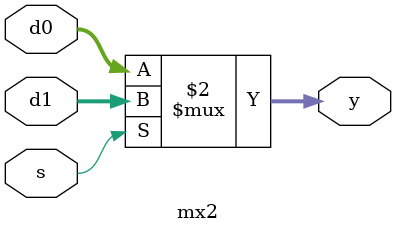
<source format=v>
`timescale 1ns / 1ps
module SingleCycle(i_clk,i_rst_n,Out_RF_Write_Data,Out_PC);
	input i_clk, i_rst_n;
	output [31:0] Out_RF_Write_Data, Out_PC;

	wire [31:0] o_pc, o_instr, o_ADD_PC_sum, o_Read_data1, o_Read_data2;
	wire [31:0] o_DM_data, o_ALU_result, o_mux_wd, o_SEU_data, o_mux_wd_jal;
	wire [31:0] o_mux_alu, o_ADD_BR_sum, o_mux_br, o_mux_j, o_shift, o_shiftshift;
	wire [25:0] o_instr_shift;
	wire [4:0] o_mux_wr, o_mux_wr_jal;
	wire [3:0] ALUOp, o_ADD_PC_sum_shift;
	wire [4:0] ALU_funct;
	wire [1:0] RegDst;
	wire ALU_zero, ALU_overflow, ALU_carry, MemWrite, ALUSrc, MemtoReg, Jump, RegWrite, o_and, PCToReg, ExtMode;

	assign Out_RF_Write_Data = o_mux_wd_jal;
	assign Out_PC = o_pc;
	assign o_instr_shift=o_instr[25:0];
	assign o_ADD_PC_sum_shift=o_ADD_PC_sum[31:28];
	assign o_shift = {o_ADD_PC_sum_shift[3:0], o_instr_shift[25:0]}<<2;
	assign o_shiftshift = o_SEU_data<<2;

	PC 			U0_PC(i_clk,i_rst_n,o_mux_j,o_pc);// PC(program counter) instance
	IM 			U1_IM(o_pc,o_instr);// IM(instruction Memory) instance
	ADD_PC 		U2_ADD_PC(o_pc,32'h00000004,o_ADD_PC_sum);//	32_bit CLA adder (using "PC+4")instance
	RF 			U3_RF(i_clk,i_rst_n,o_instr[25:21],o_instr[20:16],o_mux_wr,o_mux_wd_jal,RegWrite,o_Read_data1,o_Read_data2);// RF(register file) instance
	ALU 			U4_ALU(o_Read_data1,o_mux_alu,o_instr[10:6],ALU_funct,o_ALU_result,ALU_zero,ALU_overflow,ALU_carry);// ALU instance
	DM 			U5_DM(i_clk,MemWrite,o_ALU_result,o_Read_data2,o_DM_data);// DM(data memory) instance
	SEU 			U6_SEU(o_instr[15:0],o_SEU_data,ExtMode);// SEU(sign extend) instance
	ADD_PC 		U7_ADD_BR(o_ADD_PC_sum,o_shiftshift,o_ADD_BR_sum);// 32_bit CLA (using branch instruction)
	mx2 			U8_MUX_JWD(o_mux_wd_jal,o_mux_wd,o_ADD_PC_sum,PCToReg); 
	mx4_to_1 	U9_mx4_to_1(o_mux_wr,o_instr[20:16],o_instr[15:11],5'd31,5'd0,RegDst);
	mx2 			U10_MUX_ALU(o_mux_alu,o_Read_data2,o_SEU_data,ALUSrc);// 32_bit 2_input mux (ALU second data port)
	mx2 			U11_MUX_WD(o_mux_wd,o_ALU_result,o_DM_data,MemtoReg);// 32_bit 2_input mux (DM output & ALU result port) 
	mx2 			U12_MUX_BR(o_mux_br,o_ADD_PC_sum,o_ADD_BR_sum,o_and);// 32_bit 2_input mux (using branch instrunction)
	mx2 			U13_MUX_J(o_mux_j,o_mux_br,o_shift,Jump);// 32_bit 2_input mux (using jump instruction)
	ControlTop	U14_ControlTop(o_instr[31:26],RegDst,Jump,Branch,MemtoReg,ALUOp,MemWrite,ALUSrc,RegWrite,PCToReg,ExtMode);//Control_Top instance
	ALUControl 	U15_ALUControl(o_instr[5:0],ALUOp,ALU_funct); // ALU_control instance
	And2 			U16__And(Branch,ALU_zero,o_and);// And instance(using branch instruction)
	
endmodule

module And2(a,b,y);
	input a,b;
	output y;
	
	assign y=a&b;
endmodule

module mx4_to_1(y, d0, d1, d2, d3, s);
	input [4:0] d0, d1, d2, d3;
	input [1:0] s;
	output reg [4:0] y;
	always@(d0, d1, d2, d3, s) begin
		case(s)
			2'b00: y=d0;
			2'b01: y=d1;
			2'b10: y=d2;
			2'b11: y=d3;
			default:;
		endcase
	end
endmodule

//2 to 1 mux module
module mx2(y, d0, d1, s);
	input [31:0]d0,d1;
	input s;
	output [31:0] y;
	
	assign y=(s==0)?d0:d1;
endmodule

</source>
